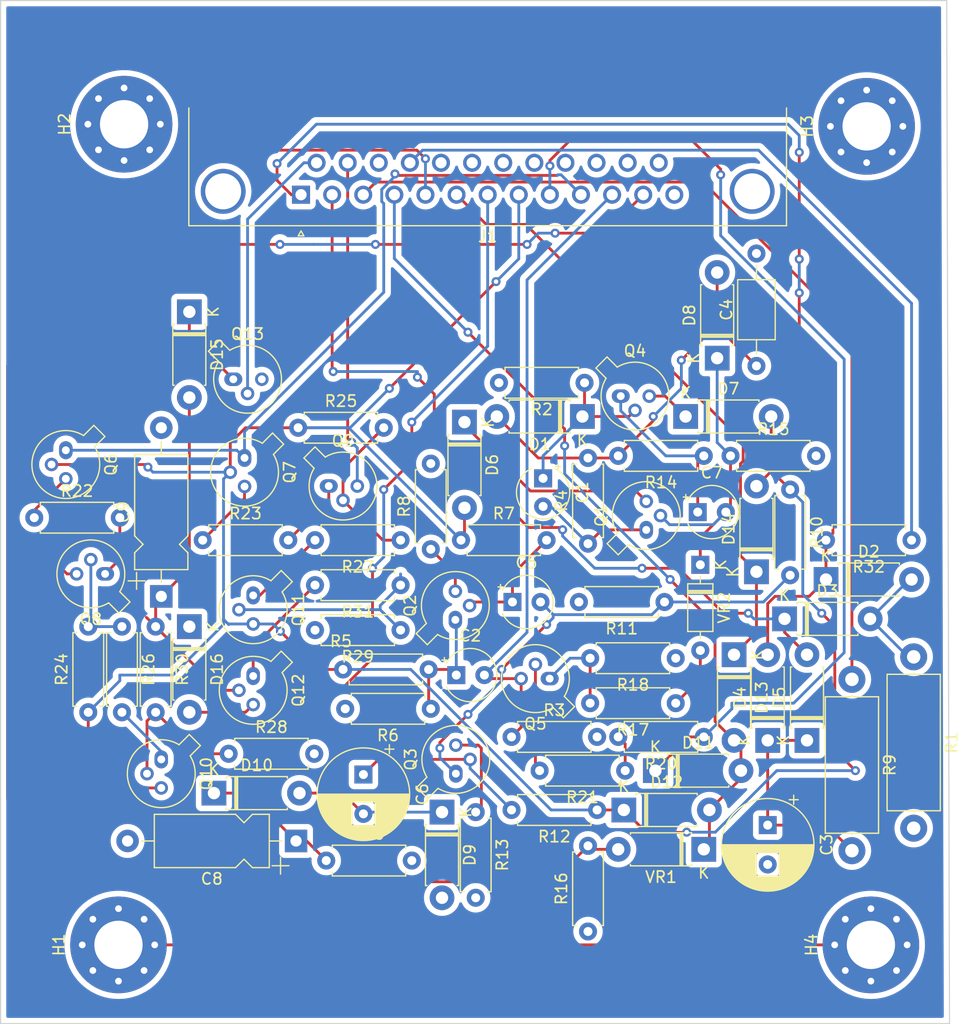
<source format=kicad_pcb>
(kicad_pcb (version 20211014) (generator pcbnew)
  (layers (0 "F.Cu" signal) (31 "B.Cu" signal) (34 "B.Paste" user) (35 "F.Paste" user) (36 "B.SilkS" user "B.Silkscreen") (37 "F.SilkS" user "F.Silkscreen") (38 "B.Mask" user) (39 "F.Mask" user) (44 "Edge.Cuts" user))
  (net 0 "")
  (net 1 "/1")
  (net 2 "Net-(R20-Pad2)")
  (net 3 "Net-(Q5-Pad2)")
  (net 4 "/9")
  (net 5 "GND")
  (net 6 "Net-(Q5-Pad1)")
  (net 7 "/5")
  (net 8 "/3")
  (net 9 "Net-(C5-Pad1)")
  (net 10 "Net-(C2-Pad1)")
  (net 11 "Net-(D2-Pad2)")
  (net 12 "/11")
  (net 13 "Net-(Q3-Pad3)")
  (net 14 "Net-(Q2-Pad3)")
  (net 15 "Net-(Q9-Pad2)")
  (net 16 "Net-(Q11-Pad1)")
  (net 17 "Net-(Q8-Pad2)")
  (net 18 "Net-(Q10-Pad1)")
  (net 19 "Net-(Q7-Pad3)")
  (net 20 "Net-(Q9-Pad1)")
  (net 21 "Net-(Q6-Pad3)")
  (net 22 "Net-(Q8-Pad1)")
  (net 23 "/7")
  (net 24 "Net-(R17-Pad1)")
  (net 25 "/E1")
  (net 26 "Net-(C7-Pad1)")
  (net 27 "Net-(C3-Pad1)")
  (net 28 "Net-(C6-Pad1)")
  (net 29 "Net-(C1-Pad2)")
  (net 30 "/E2")
  (net 31 "Net-(C4-Pad1)")
  (net 32 "Net-(Q10-Pad2)")
  (net 33 "Net-(Q11-Pad2)")
  (net 34 "Net-(C9-Pad1)")
  (net 35 "/10")
  (net 36 "/12")
  (net 37 "/15")
  (net 38 "/14")
  (net 39 "Net-(D7-Pad1)")
  (net 40 "/4")
  (net 41 "Net-(C6-Pad2)")
  (net 42 "/2")
  (net 43 "/6")
  (net 53 "Net-(C5-Pad2)")
  (net 54 "Net-(D6-Pad1)")
  (net 55 "+12V")
  (net 56 "Net-(D15-Pad1)")
  (net 57 "Net-(D16-Pad2)")
  (net 58 "Net-(J1-Pad17)")
  (net 59 "Net-(Q12-Pad1)")
  (footprint "Resistor_THT:R_Axial_DIN0207_L6.3mm_D2.5mm_P7.62mm_Horizontal" (layer "F.Cu") (at 162.81 126.69 -90)
    (fp_text reference "R13")
    (fp_text value "178")
  )
  (footprint "Resistor_THT:R_Axial_DIN0207_L6.3mm_D2.5mm_P7.62mm_Horizontal" (layer "F.Cu") (at 180.62 117 180)
    (fp_text reference "R17")
    (fp_text value "1.2k")
  )
  (footprint "Diode_THT:D_DO-41_SOD81_P7.62mm_Horizontal" (layer "F.Cu") (at 137.31 82.19 -90)
    (fp_text reference "D15")
    (fp_text value "D")
  )
  (footprint "Capacitor_THT:C_Axial_L5.1mm_D3.1mm_P10.00mm_Horizontal" (layer "F.Cu") (at 187.81 87 90)
    (fp_text reference "C4")
    (fp_text value "47n")
  )
  (footprint "Resistor_THT:R_Axial_DIN0207_L6.3mm_D2.5mm_P7.62mm_Horizontal" (layer "F.Cu") (at 176.12 123 180)
    (fp_text reference "R21")
    (fp_text value "68")
  )
  (footprint "Resistor_THT:R_Axial_DIN0207_L6.3mm_D2.5mm_P7.62mm_Horizontal" (layer "F.Cu") (at 201.62 102.5 180)
    (fp_text reference "R32")
    (fp_text value "330")
  )
  (footprint "Resistor_THT:R_Axial_DIN0207_L6.3mm_D2.5mm_P7.62mm_Horizontal" (layer "F.Cu") (at 158.81 117.5 180)
    (fp_text reference "R6")
    (fp_text value "10k")
  )
  (footprint "Resistor_THT:R_Axial_DIN0207_L6.3mm_D2.5mm_P7.62mm_Horizontal" (layer "F.Cu") (at 138.5 102.5)
    (fp_text reference "R23")
    (fp_text value "2.2k")
  )
  (footprint "Resistor_THT:R_Axial_DIN0207_L6.3mm_D2.5mm_P7.62mm_Horizontal" (layer "F.Cu") (at 172.81 102.81 90)
    (fp_text reference "R4")
    (fp_text value "22k")
  )
  (footprint "Resistor_THT:R_Axial_DIN0414_L11.9mm_D4.5mm_P15.24mm_Horizontal" (layer "F.Cu") (at 201.81 112.88 -90)
    (fp_text reference "R1")
    (fp_text value "150")
  )
  (footprint "Resistor_THT:R_Axial_DIN0207_L6.3mm_D2.5mm_P7.62mm_Horizontal" (layer "F.Cu") (at 183.12 95 180)
    (fp_text reference "R14")
    (fp_text value "22k")
  )
  (footprint "Diode_THT:D_DO-41_SOD81_P7.62mm_Horizontal" (layer "F.Cu") (at 187.81 105.31 90)
    (fp_text reference "D14")
    (fp_text value "D")
  )
  (footprint "MountingHole:MountingHole_4.3mm_M4_Pad_Via" (layer "F.Cu") (at 131.5 65.5 90)
    (fp_text reference "H2")
    (fp_text value "MountingHole")
  )
  (footprint "Resistor_THT:R_Axial_DIN0207_L6.3mm_D2.5mm_P7.62mm_Horizontal" (layer "F.Cu") (at 166 120)
    (fp_text reference "R3")
    (fp_text value "470")
  )
  (footprint "MountingHole:MountingHole_4.3mm_M4_Pad_Via" (layer "F.Cu") (at 198 138.5 90)
    (fp_text reference "H4")
    (fp_text value "MountingHole")
  )
  (footprint "Diode_THT:D_DO-41_SOD81_P7.62mm_Horizontal" (layer "F.Cu") (at 192.31 120.31 90)
    (fp_text reference "D5")
    (fp_text value "D")
  )
  (footprint "Diode_THT:D_DO-41_SOD81_P7.62mm_Horizontal" (layer "F.Cu") (at 190.31 109.5)
    (fp_text reference "D3")
    (fp_text value "D")
  )
  (footprint "Package_TO_SOT_THT:TO-18-3" (layer "F.Cu") (at 149.724724 97.684724)
    (fp_text reference "Q9")
    (fp_text value "Q_NPN_BCE")
  )
  (footprint "Package_TO_SOT_THT:TO-18-3" (layer "F.Cu") (at 141.224724 88.184724)
    (fp_text reference "Q13")
    (fp_text value "Q_NPN_BCE")
  )
  (footprint "Resistor_THT:R_Axial_DIN0207_L6.3mm_D2.5mm_P7.62mm_Horizontal" (layer "F.Cu") (at 156.12 106.5 180)
    (fp_text reference "R31")
    (fp_text value "6800")
  )
  (footprint "Capacitor_THT:CP_Radial_Tantal_D4.5mm_P2.50mm" (layer "F.Cu") (at 161.081144 114.5)
    (fp_text reference "C2")
    (fp_text value "2.2u")
  )
  (footprint "Capacitor_THT:CP_Radial_D8.0mm_P3.50mm" (layer "F.Cu") (at 152.81 123.347349 -90)
    (fp_text reference "C6")
    (fp_text value "4.7u")
  )
  (footprint "Package_TO_SOT_THT:TO-18-3" (layer "F.Cu") (at 142.994724 107.414724 -90)
    (fp_text reference "Q11")
    (fp_text value "PNP")
  )
  (footprint "Capacitor_THT:CP_Radial_D8.0mm_P3.50mm" (layer "F.Cu") (at 188.81 127.847349 -90)
    (fp_text reference "C3")
    (fp_text value "47u")
  )
  (footprint "Diode_THT:D_DO-41_SOD81_P7.62mm_Horizontal" (layer "F.Cu") (at 161.81 92 -90)
    (fp_text reference "D6")
    (fp_text value "D")
  )
  (footprint "Diode_THT:D_DO-41_SOD81_P7.62mm_Horizontal" (layer "F.Cu") (at 184.31 86.31 90)
    (fp_text reference "D8")
    (fp_text value "D")
  )
  (footprint "MountingHole:MountingHole_4.3mm_M4_Pad_Via" (layer "F.Cu") (at 131 138.5 90)
    (fp_text reference "H1")
    (fp_text value "MountingHole")
  )
  (footprint "Resistor_THT:R_Axial_DIN0207_L6.3mm_D2.5mm_P7.62mm_Horizontal" (layer "F.Cu") (at 179.62 108 180)
    (fp_text reference "R11")
    (fp_text value "10k")
  )
  (footprint "Package_TO_SOT_THT:TO-18-3" (layer "F.Cu") (at 142.224724 95.184724 -90)
    (fp_text reference "Q7")
    (fp_text value "Q_NPN_BCE")
  )
  (footprint "Capacitor_THT:CP_Radial_Tantal_D4.5mm_P2.50mm" (layer "F.Cu") (at 182.581144 100)
    (fp_text reference "C7")
    (fp_text value "0.1u")
  )
  (footprint "Package_TO_SOT_THT:TO-18-3" (layer "F.Cu") (at 177.994724 101.585276 90)
    (fp_text reference "Q1")
    (fp_text value "PNP")
  )
  (footprint "Connector_Dsub:DSUB-25_Female_Horizontal_P2.77x2.84mm_EdgePinOffset4.94mm_Housed_MountingHolesOffset7.48mm" (layer "F.Cu") (at 147.255 71.770331 180)
    (fp_text reference "J1")
    (fp_text value "DB25_Female")
  )
  (footprint "Resistor_THT:R_Axial_DIN0207_L6.3mm_D2.5mm_P7.62mm_Horizontal" (layer "F.Cu") (at 172.5 88.5 180)
    (fp_text reference "R2")
    (fp_text value "1.8k")
  )
  (footprint "Resistor_THT:R_Axial_DIN0207_L6.3mm_D2.5mm_P7.62mm_Horizontal" (layer "F.Cu") (at 123.5 100.5)
    (fp_text reference "R22")
    (fp_text value "2.2k")
  )
  (footprint "Diode_THT:D_DO-41_SOD81_P7.62mm_Horizontal" (layer "F.Cu") (at 194 106)
    (fp_text reference "D2")
    (fp_text value "D")
  )
  (footprint "Diode_THT:D_DO-41_SOD81_P7.62mm_Horizontal" (layer "F.Cu") (at 139.5 125)
    (fp_text reference "D10")
    (fp_text value "D")
  )
  (footprint "Resistor_THT:R_Axial_DIN0207_L6.3mm_D2.5mm_P7.62mm_Horizontal" (layer "F.Cu") (at 151 114)
    (fp_text reference "R5")
    (fp_text value "68.1")
  )
  (footprint "Diode_THT:D_DO-35_SOD27_P7.62mm_Horizontal" (layer "F.Cu") (at 182.81 104.69 -90)
    (fp_text reference "VR2")
    (fp_text value "3.3V")
  )
  (footprint "Package_TO_SOT_THT:TO-18-3" (layer "F.Cu") (at 126.31 94.5 -90)
    (fp_text reference "Q6")
    (fp_text value "Q_NPN_BCE")
  )
  (footprint "Diode_THT:D_DO-41_SOD81_P7.62mm_Horizontal" (layer "F.Cu") (at 183.12 130 180)
    (fp_text reference "VR1")
    (fp_text value "10V")
  )
  (footprint "Resistor_THT:R_Axial_DIN0207_L6.3mm_D2.5mm_P7.62mm_Horizontal" (layer "F.Cu") (at 140.81 121.5)
    (fp_text reference "R28")
    (fp_text value "10k")
  )
  (footprint "Diode_THT:D_DO-41_SOD81_P7.62mm_Horizontal" (layer "F.Cu") (at 172.31 91.5 180)
    (fp_text reference "D1")
    (fp_text value "D")
  )
  (footprint "Resistor_THT:R_Axial_DIN0207_L6.3mm_D2.5mm_P7.62mm_Horizontal" (layer "F.Cu") (at 173.62 126.5 180)
    (fp_text reference "R12")
    (fp_text value "1330")
  )
  (footprint "Capacitor_THT:CP_Axial_L10.0mm_D4.5mm_P15.00mm_Horizontal" (layer "F.Cu") (at 146.81 129.2575 180)
    (fp_text reference "C8")
    (fp_text value "4.7u")
  )
  (footprint "Capacitor_THT:CP_Radial_Tantal_D4.5mm_P2.50mm" (layer "F.Cu") (at 166.081144 108)
    (fp_text reference "C5")
    (fp_text value "2.2u")
  )
  (footprint "Resistor_THT:R_Axial_DIN0207_L6.3mm_D2.5mm_P7.62mm_Horizontal" (layer "F.Cu") (at 180.62 113 180)
    (fp_text reference "R18")
    (fp_text value "680")
  )
  (footprint "Diode_THT:D_DO-41_SOD81_P7.62mm_Horizontal" (layer "F.Cu") (at 176 126.5)
    (fp_text reference "D12")
    (fp_text value "D")
  )
  (footprint "Resistor_THT:R_Axial_DIN0207_L6.3mm_D2.5mm_P7.62mm_Horizontal" (layer "F.Cu") (at 158.81 103.31 90)
    (fp_text reference "R8")
    (fp_text value "178")
  )
  (footprint "Diode_THT:D_DO-41_SOD81_P7.62mm_Horizontal" (layer "F.Cu") (at 188.81 120.31 90)
    (fp_text reference "D4")
    (fp_text value "D")
  )
  (footprint "Resistor_THT:R_Axial_DIN0207_L6.3mm_D2.5mm_P7.62mm_Horizontal" (layer "F.Cu") (at 156.12 102.5 180)
    (fp_text reference "R27")
    (fp_text value "2.2k")
  )
  (footprint "Package_TO_SOT_THT:TO-18-3" (layer "F.Cu") (at 129.81 105.5 180)
    (fp_text reference "Q8")
    (fp_text value "Q_NPN_BCE")
  )
  (footprint "Resistor_THT:R_Axial_DIN0207_L6.3mm_D2.5mm_P7.62mm_Horizontal" (layer "F.Cu") (at 128.31 117.81 90)
    (fp_text reference "R24")
    (fp_text value "10k")
  )
  (footprint "Diode_THT:D_DO-41_SOD81_P7.62mm_Horizontal" (layer "F.Cu") (at 159.81 126.69 -90)
    (fp_text reference "D9")
    (fp_text value "D")
  )
  (footprint "Resistor_THT:R_Axial_DIN0207_L6.3mm_D2.5mm_P7.62mm_Horizontal" (layer "F.Cu") (at 149.5 131)
    (fp_text reference "R19")
    (fp_text value "330k")
  )
  (footprint "Package_TO_SOT_THT:TO-18-3" (layer "F.Cu") (at 134.81 122 -90)
    (fp_text reference "Q10")
    (fp_text value "PNP")
  )
  (footprint "Diode_THT:D_DO-41_SOD81_P7.62mm_Horizontal" (layer "F.Cu") (at 185.81 112.69 -90)
    (fp_text reference "D13")
    (fp_text value "D")
  )
  (footprint "Package_TO_SOT_THT:TO-18-3" (layer "F.Cu") (at 169.395276 114.815276 180)
    (fp_text reference "Q5")
    (fp_text value "Q_NPN_BCE")
  )
  (footprint "Resistor_THT:R_Axial_DIN0207_L6.3mm_D2.5mm_P7.62mm_Horizontal" (layer "F.Cu") (at 134.31 110.19 -90)
    (fp_text reference "R30")
    (fp_text value "6800")
  )
  (footprint "Resistor_THT:R_Axial_DIN0207_L6.3mm_D2.5mm_P7.62mm_Horizontal" (layer "F.Cu") (at 161.5 102.5)
    (fp_text reference "R7")
    (fp_text value "1470")
  )
  (footprint "Resistor_THT:R_Axial_DIN0207_L6.3mm_D2.5mm_P7.62mm_Horizontal" (layer "F.Cu") (at 185.5 95)
    (fp_text reference "R15")
    (fp_text value "1.8k")
  )
  (footprint "Diode_THT:D_DO-41_SOD81_P7.62mm_Horizontal" (layer "F.Cu") (at 178.81 123)
    (fp_text reference "D11")
    (fp_text value "D")
  )
  (footprint "Resistor_THT:R_Axial_DIN0207_L6.3mm_D2.5mm_P7.62mm_Horizontal" (layer "F.Cu") (at 183.12 120 180)
    (fp_text reference "R20")
    (fp_text value "82")
  )
  (footprint "Diode_THT:D_DO-41_SOD81_P7.62mm_Horizontal" (layer "F.Cu") (at 181.5 91.5)
    (fp_text reference "D7")
    (fp_text value "D")
  )
  (footprint "Resistor_THT:R_Axial_DIN0207_L6.3mm_D2.5mm_P7.62mm_Horizontal" (layer "F.Cu") (at 190.81 98 -90)
    (fp_text reference "R10")
    (fp_text value "68.1k")
  )
  (footprint "Package_TO_SOT_THT:TO-18-3" (layer "F.Cu") (at 161.04 123.27 90)
    (fp_text reference "Q3")
    (fp_text value "Q_NPN_BCE")
  )
  (footprint "Resistor_THT:R_Axial_DIN0414_L11.9mm_D4.5mm_P15.24mm_Horizontal" (layer "F.Cu") (at 196.31 114.88 -90)
    (fp_text reference "R9")
    (fp_text value "150")
  )
  (footprint "Diode_THT:D_DO-41_SOD81_P7.62mm_Horizontal" (layer "F.Cu") (at 137.31 110.19 -90)
    (fp_text reference "D16")
    (fp_text value "D")
  )
  (footprint "Package_TO_SOT_THT:TO-18-3" (layer "F.Cu") (at 142.994724 114.585276 -90)
    (fp_text reference "Q12")
    (fp_text value "Q_NPN_BCE")
  )
  (footprint "Package_TO_SOT_THT:TO-18-3" (layer "F.Cu") (at 175.724724 89.684724)
    (fp_text reference "Q4")
    (fp_text value "PNP")
  )
  (footprint "MountingHole:MountingHole_4.3mm_M4_Pad_Via" (layer "F.Cu") (at 197.62 65.69 90)
    (fp_text reference "H3")
    (fp_text value "MountingHole")
  )
  (footprint "Package_TO_SOT_THT:TO-18-3" (layer "F.Cu") (at 160.994724 109.585276 90)
    (fp_text reference "Q2")
    (fp_text value "Q_NPN_BCE")
  )
  (footprint "Resistor_THT:R_Axial_DIN0207_L6.3mm_D2.5mm_P7.62mm_Horizontal" (layer "F.Cu") (at 131.31 110.19 -90)
    (fp_text reference "R26")
    (fp_text value "2.2k")
  )
  (footprint "Capacitor_THT:CP_Axial_L10.0mm_D4.5mm_P15.00mm_Horizontal" (layer "F.Cu") (at 134.81 107.5 90)
    (fp_text reference "C9")
    (fp_text value "4.7u")
  )
  (footprint "Resistor_THT:R_Axial_DIN0207_L6.3mm_D2.5mm_P7.62mm_Horizontal" (layer "F.Cu") (at 156.12 110.5 180)
    (fp_text reference "R29")
    (fp_text value "10k")
  )
  (footprint "Capacitor_THT:CP_Radial_Tantal_D4.5mm_P2.50mm" (layer "F.Cu") (at 168.81 97 -90)
    (fp_text reference "C1")
    (fp_text value "0.1u")
  )
  (footprint "Resistor_THT:R_Axial_DIN0207_L6.3mm_D2.5mm_P7.62mm_Horizontal" (layer "F.Cu") (at 172.81 137.31 90)
    (fp_text reference "R16")
    (fp_text value "470")
  )
  (footprint "Resistor_THT:R_Axial_DIN0207_L6.3mm_D2.5mm_P7.62mm_Horizontal" (layer "F.Cu") (at 147 92.5)
    (fp_text reference "R25")
    (fp_text value "10k")
  )
  (gr_line (start 120.5 145.5) (end 205 145.5) (layer "Edge.Cuts") (width 0.1))
  (gr_line (start 204.75 54.5) (end 203 54.5) (layer "Edge.Cuts") (width 0.1))
  (gr_line (start 205 145.5) (end 204.75 54.5) (layer "Edge.Cuts") (width 0.1))
  (gr_line (start 120.5 138.5) (end 120.5 145.5) (layer "Edge.Cuts") (width 0.1))
  (gr_line (start 120.5 138.5) (end 120.5 54.5) (layer "Edge.Cuts") (width 0.1))
  (gr_line (start 120.5 54.5) (end 203.5 54.5) (layer "Edge.Cuts") (width 0.1))
  (segment (start 194 106) (end 194 102.5) (width 0.25) (layer "F.Cu") (net 1))
  (segment (start 188.81 112.69) (end 188.81 108.150978) (width 0.25) (layer "F.Cu") (net 1))
  (segment (start 191.62 80.5) (end 191.62 90) (width 0.25) (layer "F.Cu") (net 1))
  (segment (start 194.62 101.88) (end 194 102.5) (width 0.25) (layer "F.Cu") (net 1))
  (segment (start 145.12 70.5) (end 145.12 69) (width 0.25) (layer "F.Cu") (net 1))
  (segment (start 191.62 68) (end 191.62 77.5) (width 0.25) (layer "F.Cu") (net 1))
  (segment (start 188.81 108.150978) (end 189.460978 107.5) (width 0.25) (layer "F.Cu") (net 1))
  (segment (start 146.390331 71.770331) (end 145.12 70.5) (width 0.25) (layer "F.Cu") (net 1))
  (segment (start 192.5 107.5) (end 194 106) (width 0.25) (layer "F.Cu") (net 1))
  (segment (start 189.460978 107.5) (end 192.5 107.5) (width 0.25) (layer "F.Cu") (net 1))
  (segment (start 147.255 71.770331) (end 146.390331 71.770331) (width 0.25) (layer "F.Cu") (net 1))
  (segment (start 191.62 90) (end 194.62 93) (width 0.25) (layer "F.Cu") (net 1))
  (segment (start 194.62 93) (end 194.62 101.88) (width 0.25) (layer "F.Cu") (net 1))
  (via (at 145.12 69) (size 0.8) (drill 0.4) (layers "F.Cu" "B.Cu") (net 1))
  (via (at 191.62 77.5) (size 0.8) (drill 0.4) (layers "F.Cu" "B.Cu") (net 1))
  (via (at 191.62 68) (size 0.8) (drill 0.4) (layers "F.Cu" "B.Cu") (net 1))
  (via (at 191.62 80.5) (size 0.8) (drill 0.4) (layers "F.Cu" "B.Cu") (net 1))
  (segment (start 191.62 77.5) (end 191.62 80.5) (width 0.25) (layer "B.Cu") (net 1))
  (segment (start 148.62 65.5) (end 190.62 65.5) (width 0.25) (layer "B.Cu") (net 1))
  (segment (start 190.62 65.5) (end 191.62 66.5) (width 0.25) (layer "B.Cu") (net 1))
  (segment (start 191.62 66.5) (end 191.62 68) (width 0.25) (layer "B.Cu") (net 1))
  (segment (start 145.12 69) (end 148.62 65.5) (width 0.25) (layer "B.Cu") (net 1))
  (segment (start 176.12 123) (end 176.12 120.62) (width 0.25) (layer "F.Cu") (net 2))
  (segment (start 176.12 120.62) (end 175.5 120) (width 0.25) (layer "F.Cu") (net 2))
  (segment (start 168.125276 122.625276) (end 168.125276 113.545276) (width 0.25) (layer "F.Cu") (net 3))
  (segment (start 168.5 123) (end 168.125276 122.625276) (width 0.25) (layer "F.Cu") (net 3))
  (segment (start 182.12 67) (end 184.62 69.5) (width 0.25) (layer "F.Cu") (net 4))
  (segment (start 169.415 69.205) (end 169.415 68.725031) (width 0.25) (layer "F.Cu") (net 4))
  (segment (start 181.81 120) (end 183.12 120) (width 0.25) (layer "F.Cu") (net 4))
  (segment (start 169.415 68.725031) (end 171.140031 67) (width 0.25) (layer "F.Cu") (net 4))
  (segment (start 184.62 69.5) (end 184.62 70) (width 0.25) (layer "F.Cu") (net 4))
  (segment (start 178.81 123) (end 181.81 120) (width 0.25) (layer "F.Cu") (net 4))
  (segment (start 171.140031 67) (end 182.12 67) (width 0.25) (layer "F.Cu") (net 4))
  (via (at 169.415 69.205) (size 0.8) (drill 0.4) (layers "F.Cu" "B.Cu") (net 4))
  (via (at 184.62 70) (size 0.8) (drill 0.4) (layers "F.Cu" "B.Cu") (net 4))
  (segment (start 185.62 117) (end 185.62 117.5) (width 0.25) (layer "B.Cu") (net 4))
  (segment (start 191.12 117) (end 185.62 117) (width 0.25) (layer "B.Cu") (net 4))
  (segment (start 195.62 86.4003) (end 195.62 112.5) (width 0.25) (layer "B.Cu") (net 4))
  (segment (start 169.415 71.770331) (end 169.415 69.205) (width 0.25) (layer "B.Cu") (net 4))
  (segment (start 185.62 117.5) (end 183.12 120) (width 0.25) (layer "B.Cu") (net 4))
  (segment (start 169.62 69) (end 169.415 69.205) (width 0.25) (layer "B.Cu") (net 4))
  (segment (start 184.62 75.4003) (end 195.62 86.4003) (width 0.25) (layer "B.Cu") (net 4))
  (segment (start 184.62 70) (end 184.62 75.4003) (width 0.25) (layer "B.Cu") (net 4))
  (segment (start 195.62 112.5) (end 191.12 117) (width 0.25) (layer "B.Cu") (net 4))
  (segment (start 198 138.5) (end 130.12 138.5) (width 0.25) (layer "F.Cu") (net 5))
  (segment (start 173 117) (end 173 113) (width 0.25) (layer "F.Cu") (net 6))
  (segment (start 173 113) (end 171.210552 113) (width 0.25) (layer "B.Cu") (net 6))
  (segment (start 171.210552 113) (end 169.395276 114.815276) (width 0.25) (layer "B.Cu") (net 6))
  (segment (start 169.614511 132.885489) (end 172.81 129.69) (width 0.25) (layer "F.Cu") (net 7))
  (segment (start 131.234511 132.885489) (end 169.614511 132.885489) (width 0.25) (layer "F.Cu") (net 7))
  (segment (start 173.12 130) (end 172.81 129.69) (width 0.25) (layer "F.Cu") (net 7))
  (segment (start 158.332863 68.572066) (end 157.566617 67.80582) (width 0.25) (layer "F.Cu") (net 7))
  (segment (start 157.566617 67.80582) (end 140.31418 67.80582) (width 0.25) (layer "F.Cu") (net 7))
  (segment (start 131.12 133) (end 131.234511 132.885489) (width 0.25) (layer "F.Cu") (net 7))
  (segment (start 140.31418 67.80582) (end 121.12 87) (width 0.25) (layer "F.Cu") (net 7))
  (segment (start 121.12 125.5) (end 128.62 133) (width 0.25) (layer "F.Cu") (net 7))
  (segment (start 175.5 130) (end 173.12 130) (width 0.25) (layer "F.Cu") (net 7))
  (segment (start 121.12 87) (end 121.12 125.5) (width 0.25) (layer "F.Cu") (net 7))
  (segment (start 128.62 133) (end 131.12 133) (width 0.25) (layer "F.Cu") (net 7))
  (via (at 158.332863 68.572066) (size 0.8) (drill 0.4) (layers "F.Cu" "B.Cu") (net 7))
  (segment (start 158.335 68.574203) (end 158.332863 68.572066) (width 0.25) (layer "B.Cu") (net 7))
  (segment (start 158.335 71.770331) (end 158.335 68.574203) (width 0.25) (layer "B.Cu") (net 7))
  (segment (start 183.04612 70.64582) (end 196.31 83.9097) (width 0.25) (layer "F.Cu") (net 8))
  (segment (start 196.31 83.9097) (end 196.31 114.88) (width 0.25) (layer "F.Cu") (net 8))
  (segment (start 152.795 71.770331) (end 153.919511 70.64582) (width 0.25) (layer "F.Cu") (net 8))
  (segment (start 153.919511 70.64582) (end 183.04612 70.64582) (width 0.25) (layer "F.Cu") (net 8))
  (segment (start 166.081144 108) (end 162.58 108) (width 0.25) (layer "F.Cu") (net 9))
  (segment (start 166.081144 108) (end 166.081144 105.538856) (width 0.25) (layer "F.Cu") (net 9))
  (segment (start 162.58 108) (end 162.264724 108.315276) (width 0.25) (layer "F.Cu") (net 9))
  (segment (start 166.081144 105.538856) (end 169.12 102.5) (width 0.25) (layer "F.Cu") (net 9))
  (segment (start 158.62 114) (end 160.581144 114) (width 0.25) (layer "F.Cu") (net 10))
  (segment (start 158.62 117.31) (end 158.81 117.5) (width 0.25) (layer "F.Cu") (net 10))
  (segment (start 160.581144 114) (end 161.081144 114.5) (width 0.25) (layer "F.Cu") (net 10))
  (segment (start 158.62 114) (end 158.62 117.31) (width 0.25) (layer "F.Cu") (net 10))
  (segment (start 161.081144 114.5) (end 161.081144 109.671696) (width 0.25) (layer "B.Cu") (net 10))
  (segment (start 161.081144 109.671696) (end 160.994724 109.585276) (width 0.25) (layer "B.Cu") (net 10))
  (segment (start 197.93 109.5) (end 201.31 112.88) (width 0.25) (layer "B.Cu") (net 11))
  (segment (start 201.31 112.88) (end 201.81 112.88) (width 0.25) (layer "B.Cu") (net 11))
  (segment (start 197.93 109.5) (end 201.43 106) (width 0.25) (layer "B.Cu") (net 11))
  (segment (start 201.43 106) (end 201.62 106) (width 0.25) (layer "B.Cu") (net 11))
  (segment (start 166.855276 114.815276) (end 163.89642 114.815276) (width 0.25) (layer "F.Cu") (net 12))
  (segment (start 163.89642 114.815276) (end 163.581144 114.5) (width 0.25) (layer "F.Cu") (net 12))
  (segment (start 166.855276 114.815276) (end 166.855276 119.144724) (width 0.25) (layer "F.Cu") (net 12))
  (segment (start 166.855276 119.144724) (end 166 120) (width 0.25) (layer "F.Cu") (net 12))
  (segment (start 167.38 79.345331) (end 167.38 110.701144) (width 0.25) (layer "B.Cu") (net 12))
  (segment (start 167.38 110.701144) (end 163.581144 114.5) (width 0.25) (layer "B.Cu") (net 12))
  (segment (start 174.955 71.770331) (end 167.38 79.345331) (width 0.25) (layer "B.Cu") (net 12))
  (segment (start 163.31 121) (end 163.31 126.19) (width 0.25) (layer "F.Cu") (net 13))
  (segment (start 163.04 120.73) (end 163.31 121) (width 0.25) (layer "F.Cu") (net 13))
  (segment (start 163.31 126.19) (end 162.81 126.69) (width 0.25) (layer "F.Cu") (net 13))
  (segment (start 161.04 120.73) (end 163.04 120.73) (width 0.25) (layer "F.Cu") (net 13))
  (segment (start 160.994724 105.494724) (end 158.81 103.31) (width 0.25) (layer "F.Cu") (net 14))
  (segment (start 160.994724 107.045276) (end 160.994724 105.494724) (width 0.25) (layer "F.Cu") (net 14))
  (segment (start 150.994724 96.125276) (end 150.994724 98.954724) (width 0.25) (layer "F.Cu") (net 15))
  (segment (start 150.994724 98.954724) (end 154.54 102.5) (width 0.25) (layer "F.Cu") (net 15))
  (segment (start 154.62 92.5) (end 150.994724 96.125276) (width 0.25) (layer "F.Cu") (net 15))
  (segment (start 154.54 102.5) (end 156.12 102.5) (width 0.25) (layer "F.Cu") (net 15))
  (segment (start 142.994724 107.414724) (end 143.585276 107.414724) (width 0.25) (layer "F.Cu") (net 16))
  (segment (start 143.585276 107.414724) (end 148.5 102.5) (width 0.25) (layer "F.Cu") (net 16))
  (segment (start 128.54 104.23) (end 128.54 109.96) (width 0.25) (layer "B.Cu") (net 17))
  (segment (start 128.31 110.19) (end 131.31 110.19) (width 0.25) (layer "B.Cu") (net 17))
  (segment (start 128.54 109.96) (end 128.31 110.19) (width 0.25) (layer "B.Cu") (net 17))
  (segment (start 134.81 121.31) (end 131.31 117.81) (width 0.25) (layer "B.Cu") (net 18))
  (segment (start 134.81 122) (end 134.81 121.31) (width 0.25) (layer "B.Cu") (net 18))
  (segment (start 142.224724 97.724724) (end 142.224724 98.775276) (width 0.25) (layer "F.Cu") (net 19))
  (segment (start 142.224724 98.775276) (end 138.5 102.5) (width 0.25) (layer "F.Cu") (net 19))
  (segment (start 149.724724 98.895276) (end 146.12 102.5) (width 0.25) (layer "F.Cu") (net 20))
  (segment (start 149.724724 97.684724) (end 149.724724 98.895276) (width 0.25) (layer "F.Cu") (net 20))
  (segment (start 123.5 99.85) (end 123.5 100.5) (width 0.25) (layer "F.Cu") (net 21))
  (segment (start 126.31 97.04) (end 123.5 99.85) (width 0.25) (layer "F.Cu") (net 21))
  (segment (start 131.12 100.5) (end 131.12 104.19) (width 0.25) (layer "F.Cu") (net 22))
  (segment (start 131.12 104.19) (end 129.81 105.5) (width 0.25) (layer "F.Cu") (net 22))
  (segment (start 142.5525 125) (end 146.81 129.2575) (width 0.25) (layer "F.Cu") (net 23))
  (segment (start 153.62 113) (end 153.62 110.5) (width 0.25) (layer "F.Cu") (net 23))
  (segment (start 153.62 110.5) (end 153.62 105) (width 0.25) (layer "F.Cu") (net 23))
  (segment (start 139.5 125) (end 142.5525 125) (width 0.25) (layer "F.Cu") (net 23))
  (segment (start 142.5525 124.0675) (end 153.62 113) (width 0.25) (layer "F.Cu") (net 23))
  (segment (start 149.5 131) (end 147.7575 129.2575) (width 0.25) (layer "F.Cu") (net 23))
  (segment (start 157.12 95.5) (end 157.12 92) (width 0.25) (layer "F.Cu") (net 23))
  (segment (start 147.7575 129.2575) (end 146.81 129.2575) (width 0.25) (layer "F.Cu") (net 23))
  (segment (start 142.5525 125) (end 142.5525 124.0675) (width 0.25) (layer "F.Cu") (net 23))
  (segment (start 154.62 98) (end 157.12 95.5) (width 0.25) (layer "F.Cu") (net 23))
  (via (at 157.12 92) (size 0.8) (drill 0.4) (layers "F.Cu" "B.Cu") (net 23))
  (via (at 154.62 98) (size 0.8) (drill 0.4) (layers "F.Cu" "B.Cu") (net 23))
  (via (at 153.62 105) (size 0.8) (drill 0.4) (layers "F.Cu" "B.Cu") (net 23))
  (segment (start 157.12 92) (end 163.875 85.245) (width 0.25) (layer "B.Cu") (net 23))
  (segment (start 153.62 105) (end 154.62 104) (width 0.25) (layer "B.Cu") (net 23))
  (segment (start 154.62 104) (end 154.62 98) (width 0.25) (layer "B.Cu") (net 23))
  (segment (start 163.875 85.245) (end 163.875 71.770331) (width 0.25) (layer "B.Cu") (net 23))
  (segment (start 182.81 112.31) (end 182.81 114.81) (width 0.25) (layer "F.Cu") (net 24))
  (segment (start 182.81 114.81) (end 180.62 117) (width 0.25) (layer "F.Cu") (net 24))
  (segment (start 182.81 102.271144) (end 185.081144 100) (width 0.25) (layer "F.Cu") (net 25))
  (segment (start 182.81 104.69) (end 182.81 102.271144) (width 0.25) (layer "F.Cu") (net 25))
  (segment (start 185.5 95) (end 185.5 99.581144) (width 0.25) (layer "F.Cu") (net 25))
  (segment (start 185.5 99.581144) (end 185.081144 100) (width 0.25) (layer "F.Cu") (net 25))
  (segment (start 184.31 86.31) (end 184.31 93.81) (width 0.25) (layer "B.Cu") (net 25))
  (segment (start 185.081144 100) (end 183.956633 101.124511) (width 0.25) (layer "B.Cu") (net 25))
  (segment (start 183.956633 101.124511) (end 180.073959 101.124511) (width 0.25) (layer "B.Cu") (net 25))
  (segment (start 184.31 93.81) (end 185.5 95) (width 0.25) (layer "B.Cu") (net 25))
  (segment (start 180.073959 101.124511) (end 179.264724 100.315276) (width 0.25) (layer "B.Cu") (net 25))
  (segment (start 182.581144 100) (end 182.581144 95.538856) (width 0.25) (layer "F.Cu") (net 26))
  (segment (start 182.581144 95.538856) (end 183.12 95) (width 0.25) (layer "F.Cu") (net 26))
  (segment (start 179.732543 95) (end 183.12 95) (width 0.25) (layer "B.Cu") (net 26))
  (segment (start 175.724724 90.992181) (end 179.732543 95) (width 0.25) (layer "B.Cu") (net 26))
  (segment (start 175.724724 89.684724) (end 175.724724 90.992181) (width 0.25) (layer "B.Cu") (net 26))
  (segment (start 188.81 127.847349) (end 194.037349 127.847349) (width 0.25) (layer "F.Cu") (net 27))
  (segment (start 194.037349 127.847349) (end 196.31 130.12) (width 0.25) (layer "F.Cu") (net 27))
  (segment (start 188.81 120.31) (end 188.81 127.847349) (width 0.25) (layer "F.Cu") (net 27))
  (segment (start 188.81 120.31) (end 192.31 120.31) (width 0.25) (layer "F.Cu") (net 27))
  (segment (start 152.81 123.347349) (end 154.157349 122) (width 0.25) (layer "F.Cu") (net 28))
  (segment (start 154.157349 122) (end 162.31 122) (width 0.25) (layer "F.Cu") (net 28))
  (segment (start 162.31 122.81) (end 162.31 122) (width 0.25) (layer "B.Cu") (net 28))
  (segment (start 166 126.5) (end 162.31 122.81) (width 0.25) (layer "B.Cu") (net 28))
  (segment (start 177.994724 101.585276) (end 174.034724 101.585276) (width 0.25) (layer "F.Cu") (net 29))
  (segment (start 174.034724 101.585276) (end 172.81 102.81) (width 0.25) (layer "F.Cu") (net 29))
  (segment (start 172.81 102.81) (end 169.5 99.5) (width 0.25) (layer "B.Cu") (net 29))
  (segment (start 169.5 99.5) (end 168.81 99.5) (width 0.25) (layer "B.Cu") (net 29))
  (segment (start 172.5 91.31) (end 172.31 91.5) (width 0.25) (layer "F.Cu") (net 30))
  (segment (start 172.5 88.5) (end 172.5 91.31) (width 0.25) (layer "F.Cu") (net 30))
  (segment (start 172.31 91.5) (end 176.449448 91.5) (width 0.25) (layer "F.Cu") (net 30))
  (segment (start 176.449448 91.5) (end 176.994724 90.954724) (width 0.25) (layer "F.Cu") (net 30))
  (segment (start 168.81 97) (end 168.81 95) (width 0.25) (layer "B.Cu") (net 30))
  (segment (start 168.81 95) (end 172.31 91.5) (width 0.25) (layer "B.Cu") (net 30))
  (segment (start 184.31 83.5) (end 184.12 83.5) (width 0.25) (layer "F.Cu") (net 31))
  (segment (start 178.62 91.5) (end 178.62 91.88) (width 0.25) (layer "F.Cu") (net 31))
  (segment (start 172.81 95.19) (end 168.38 95.19) (width 0.25) (layer "F.Cu") (net 31))
  (segment (start 175.31 95.19) (end 175.5 95) (width 0.25) (layer "F.Cu") (net 31))
  (segment (start 172.81 95.19) (end 175.31 95.19) (width 0.25) (layer "F.Cu") (net 31))
  (segment (start 178.62 91.88) (end 175.5 95) (width 0.25) (layer "F.Cu") (net 31))
  (segment (start 184.12 83.5) (end 181.12 86.5) (width 0.25) (layer "F.Cu") (net 31))
  (segment (start 168.38 95.19) (end 164.69 91.5) (width 0.25) (layer "F.Cu") (net 31))
  (segment (start 184.31 83.5) (end 187.81 87) (width 0.25) (layer "F.Cu") (net 31))
  (segment (start 184.31 78.69) (end 184.31 83.5) (width 0.25) (layer "F.Cu") (net 31))
  (via (at 181.12 86.5) (size 0.8) (drill 0.4) (layers "F.Cu" "B.Cu") (net 31))
  (via (at 178.62 91.5) (size 0.8) (drill 0.4) (layers "F.Cu" "B.Cu") (net 31))
  (segment (start 181.12 89) (end 178.62 91.5) (width 0.25) (layer "B.Cu") (net 31))
  (segment (start 181.12 86.5) (end 181.12 89) (width 0.25) (layer "B.Cu") (net 31))
  (segment (start 133.54 118.58) (end 134.31 117.81) (width 0.25) (layer "F.Cu") (net 32))
  (segment (start 133.54 123.27) (end 133.54 118.58) (width 0.25) (layer "F.Cu") (net 32))
  (segment (start 134.31 117.81) (end 138 121.5) (width 0.25) (layer "F.Cu") (net 32))
  (segment (start 138 121.5) (end 140.81 121.5) (width 0.25) (layer "F.Cu") (net 32))
  (segment (start 154.304724 108.315276) (end 154.304724 108.684724) (width 0.25) (layer "B.Cu") (net 33))
  (segment (start 141.724724 108.684724) (end 154.304724 108.684724) (width 0.25) (layer "B.Cu") (net 33))
  (segment (start 156.12 106) (end 156.12 105.5) (width 0.25) (layer "B.Cu") (net 33))
  (segment (start 154.304724 108.684724) (end 156.12 110.5) (width 0.25) (layer "B.Cu") (net 33))
  (segment (start 156.12 106.5) (end 154.304724 108.315276) (width 0.25) (layer "B.Cu") (net 33))
  (segment (start 134.31 110.19) (end 133.485489 109.365489) (width 0.25) (layer "F.Cu") (net 34))
  (segment (start 141.724724 115.855276) (end 139.975276 115.855276) (width 0.25) (layer "F.Cu") (net 34))
  (segment (start 137.31 89.81) (end 137.31 105) (width 0.25) (layer "F.Cu") (net 34))
  (segment (start 134.31 110.19) (end 134.31 108) (width 0.25) (layer "F.Cu") (net 34))
  (segment (start 139.975276 115.855276) (end 134.31 110.19) (width 0.25) (layer "F.Cu") (net 34))
  (segment (start 137.31 105) (end 134.81 107.5) (width 0.25) (layer "F.Cu") (net 34))
  (segment (start 134.31 108) (end 134.81 107.5) (width 0.25) (layer "F.Cu") (net 34))
  (segment (start 155.753522 70.054842) (end 170.065158 70.054842) (width 0.25) (layer "F.Cu") (net 35))
  (segment (start 170.065158 70.054842) (end 170.12 70) (width 0.25) (layer "F.Cu") (net 35))
  (segment (start 155.62 69.92132) (end 155.753522 70.054842) (width 0.25) (layer "F.Cu") (net 35))
  (via (at 155.62 69.92132) (size 0.8) (drill 0.4) (layers "F.Cu" "B.Cu") (net 35))
  (segment (start 126.31 94.5) (end 141.54 94.5) (width 0.25) (layer "B.Cu") (net 35))
  (segment (start 154.62 80.45) (end 142.224724 92.845276) (width 0.25) (layer "B.Cu") (net 35))
  (segment (start 141.54 94.5) (end 142.224724 95.184724) (width 0.25) (layer "B.Cu") (net 35))
  (segment (start 154.62 72.554842) (end 154.62 80.45) (width 0.25) (layer "B.Cu") (net 35))
  (segment (start 155.690189 69.991509) (end 155.62 69.92132) (width 0.25) (layer "B.Cu") (net 35))
  (segment (start 172.185 71.770331) (end 170.414669 70) (width 0.25) (layer "B.Cu") (net 35))
  (segment (start 170.414669 70) (end 170.12 70) (width 0.25) (layer "B.Cu") (net 35))
  (segment (start 155.690189 70.054842) (end 155.690189 69.991509) (width 0.25) (layer "B.Cu") (net 35))
  (segment (start 155.690189 70.054842) (end 154.440489 71.304542) (width 0.25) (layer "B.Cu") (net 35))
  (segment (start 170.12 70) (end 170.065158 70.054842) (width 0.25) (layer "B.Cu") (net 35))
  (segment (start 154.440489 72.375331) (end 154.62 72.554842) (width 0.25) (layer "B.Cu") (net 35))
  (segment (start 142.224724 92.845276) (end 142.224724 95.184724) (width 0.25) (layer "B.Cu") (net 35))
  (segment (start 154.440489 71.304542) (end 154.440489 72.375331) (width 0.25) (layer "B.Cu") (net 35))
  (segment (start 126.421472 105.5) (end 127.27 105.5) (width 0.25) (layer "F.Cu") (net 36))
  (segment (start 174.305331 75.19) (end 169.88 75.19) (width 0.25) (layer "F.Cu") (net 36))
  (segment (start 121.88 100.958528) (end 126.421472 105.5) (width 0.25) (layer "F.Cu") (net 36))
  (segment (start 121.88 90.69) (end 121.88 100.958528) (width 0.25) (layer "F.Cu") (net 36))
  (segment (start 136.38 76.19) (end 121.88 90.69) (width 0.25) (layer "F.Cu") (net 36))
  (segment (start 177.725 71.770331) (end 174.305331 75.19) (width 0.25) (layer "F.Cu") (net 36))
  (segment (start 167.38 76.19) (end 153.88 76.19) (width 0.25) (layer "F.Cu") (net 36))
  (segment (start 145.38 76.19) (end 136.38 76.19) (width 0.25) (layer "F.Cu") (net 36))
  (via (at 153.88 76.19) (size 0.8) (drill 0.4) (layers "F.Cu" "B.Cu") (net 36))
  (via (at 167.38 76.19) (size 0.8) (drill 0.4) (layers "F.Cu" "B.Cu") (net 36))
  (via (at 169.88 75.19) (size 0.8) (drill 0.4) (layers "F.Cu" "B.Cu") (net 36))
  (via (at 145.38 76.19) (size 0.8) (drill 0.4) (layers "F.Cu" "B.Cu") (net 36))
  (segment (start 168.38 75.19) (end 167.38 76.19) (width 0.25) (layer "B.Cu") (net 36))
  (segment (start 148.38 76.19) (end 145.38 76.19) (width 0.25) (layer "B.Cu") (net 36))
  (segment (start 153.88 76.19) (end 148.38 76.19) (width 0.25) (layer "B.Cu") (net 36))
  (segment (start 169.88 75.19) (end 168.38 75.19) (width 0.25) (layer "B.Cu") (net 36))
  (segment (start 151.41 93.434598) (end 151.772701 93.797299) (width 0.25) (layer "F.Cu") (net 37))
  (segment (start 151.41 68.930331) (end 151.41 93.434598) (width 0.25) (layer "F.Cu") (net 37))
  (via (at 151.772701 93.797299) (size 0.8) (drill 0.4) (layers "F.Cu" "B.Cu") (net 37))
  (segment (start 152.264724 94.289322) (end 152.264724 97.684724) (width 0.25) (layer "B.Cu") (net 37))
  (segment (start 151.772701 93.797299) (end 152.264724 94.289322) (width 0.25) (layer "B.Cu") (net 37))
  (segment (start 142.494724 73.944237) (end 142.494724 89.454724) (width 0.25) (layer "B.Cu") (net 38))
  (segment (start 147.50863 68.930331) (end 142.494724 73.944237) (width 0.25) (layer "B.Cu") (net 38))
  (segment (start 148.64 68.930331) (end 147.50863 68.930331) (width 0.25) (layer "B.Cu") (net 38))
  (segment (start 179.684724 89.684724) (end 181.5 91.5) (width 0.25) (layer "F.Cu") (net 39))
  (segment (start 178.264724 89.684724) (end 179.684724 89.684724) (width 0.25) (layer "F.Cu") (net 39))
  (segment (start 180.12 106) (end 184.12 110) (width 0.25) (layer "F.Cu") (net 40))
  (segment (start 162.12 84) (end 170.727299 92.607299) (width 0.25) (layer "F.Cu") (net 40))
  (segment (start 184.12 110) (end 184.12 118.62) (width 0.25) (layer "F.Cu") (net 40))
  (segment (start 184.12 118.62) (end 185.81 120.31) (width 0.25) (layer "F.Cu") (net 40))
  (segment (start 186.43 120.93) (end 185.81 120.31) (width 0.25) (layer "F.Cu") (net 40))
  (segment (start 183.62 129.5) (end 183.12 130) (width 0.25) (layer "F.Cu") (net 40))
  (segment (start 186.43 123) (end 186.43 120.93) (width 0.25) (layer "F.Cu") (net 40))
  (segment (start 170.727299 92.607299) (end 170.727299 94.107299) (width 0.25) (layer "F.Cu") (net 40))
  (segment (start 183.62 126.5) (end 183.62 129.5) (width 0.25) (layer "F.Cu") (net 40))
  (segment (start 186.43 123.69) (end 186.43 123) (width 0.25) (layer "F.Cu") (net 40))
  (segment (start 183.62 126.5) (end 186.43 123.69) (width 0.25) (layer "F.Cu") (net 40))
  (via (at 170.727299 94.107299) (size 0.8) (drill 0.4) (layers "F.Cu" "B.Cu") (net 40))
  (via (at 162.12 84) (size 0.8) (drill 0.4) (layers "F.Cu" "B.Cu") (net 40))
  (via (at 180.12 106) (size 0.8) (drill 0.4) (layers "F.Cu" "B.Cu") (net 40))
  (segment (start 170.727299 94.107299) (end 170.727299 96.607299) (width 0.25) (layer "B.Cu") (net 40))
  (segment (start 170.727299 96.607299) (end 180.12 106) (width 0.25) (layer "B.Cu") (net 40))
  (segment (start 155.565 77.445) (end 162.12 84) (width 0.25) (layer "B.Cu") (net 40))
  (segment (start 155.565 71.770331) (end 155.565 77.445) (width 0.25) (layer "B.Cu") (net 40))
  (segment (start 150.962651 125) (end 152.81 126.847349) (width 0.25) (layer "F.Cu") (net 41))
  (segment (start 147.12 125) (end 150.962651 125) (width 0.25) (layer "F.Cu") (net 41))
  (segment (start 159.81 126.69) (end 152.967349 126.69) (width 0.25) (layer "B.Cu") (net 41))
  (segment (start 152.967349 126.69) (end 152.81 126.847349) (width 0.25) (layer "B.Cu") (net 41))
  (segment (start 167.495489 101.375489) (end 170.495489 101.375489) (width 0.25) (layer "F.Cu") (net 42))
  (segment (start 159.12 89.5) (end 159.12 93) (width 0.25) (layer "F.Cu") (net 42))
  (segment (start 184.870978 109) (end 187.0855 109) (width 0.25) (layer "F.Cu") (net 42))
  (segment (start 190.31 109.5) (end 190.31 110.69) (width 0.25) (layer "F.Cu") (net 42))
  (segment (start 170.62 101.5) (end 170.5477 101.5723) (width 0.25) (layer "F.Cu") (net 42))
  (segment (start 180.870978 105) (end 184.870978 109) (width 0.25) (layer "F.Cu") (net 42))
  (segment (start 159.12 93) (end 167.495489 101.375489) (width 0.25) (layer "F.Cu") (net 42))
  (segment (start 150.025 87.405) (end 150.12 87.5) (width 0.25) (layer "F.Cu") (net 42))
  (segment (start 170.495489 101.375489) (end 170.62 101.5) (width 0.25) (layer "F.Cu") (net 42))
  (segment (start 190.31 110.69) (end 192.31 112.69) (width 0.25) (layer "F.Cu") (net 42))
  (segment (start 177.62 105) (end 180.870978 105) (width 0.25) (layer "F.Cu") (net 42))
  (segment (start 157.62 88) (end 159.12 89.5) (width 0.25) (layer "F.Cu") (net 42))
  (segment (start 150.025 71.770331) (end 150.025 87.405) (width 0.25) (layer "F.Cu") (net 42))
  (via (at 170.5477 101.5723) (size 0.8) (drill 0.4) (layers "F.Cu" "B.Cu") (net 42))
  (via (at 187.0855 109) (size 0.8) (drill 0.4) (layers "F.Cu" "B.Cu") (net 42))
  (via (at 177.62 105) (size 0.8) (drill 0.4) (layers "F.Cu" "B.Cu") (net 42))
  (via (at 157.62 88) (size 0.8) (drill 0.4) (layers "F.Cu" "B.Cu") (net 42))
  (via (at 150.12 87.5) (size 0.8) (drill 0.4) (layers "F.Cu" "B.Cu") (net 42))
  (segment (start 170.5477 101.5723) (end 170.5477 102.138) (width 0.25) (layer "B.Cu") (net 42))
  (segment (start 173.4097 105) (end 177.62 105) (width 0.25) (layer "B.Cu") (net 42))
  (segment (start 170.5477 102.138) (end 173.4097 105) (width 0.25) (layer "B.Cu") (net 42))
  (segment (start 187.5855 109.5) (end 190.31 109.5) (width 0.25) (layer "B.Cu") (net 42))
  (segment (start 150.12 87.5) (end 157.62 87.5) (width 0.25) (layer "B.Cu") (net 42))
  (segment (start 157.62 87.5) (end 157.62 88) (width 0.25) (layer "B.Cu") (net 42))
  (segment (start 187.0855 109) (end 187.5855 109.5) (width 0.25) (layer "B.Cu") (net 42))
  (segment (start 163.749669 74.415) (end 167.264022 74.415) (width 0.25) (layer "F.Cu") (net 43))
  (segment (start 161.105 71.770331) (end 163.749669 74.415) (width 0.25) (layer "F.Cu") (net 43))
  (segment (start 167.264022 74.415) (end 186.624511 93.775489) (width 0.25) (layer "F.Cu") (net 43))
  (segment (start 186.385489 103.885489) (end 187.81 105.31) (width 0.25) (layer "F.Cu") (net 43))
  (segment (start 187.81 110.69) (end 185.81 112.69) (width 0.25) (layer "F.Cu") (net 43))
  (segment (start 187.81 105.31) (end 187.81 110.69) (width 0.25) (layer "F.Cu") (net 43))
  (segment (start 186.385489 95.704811) (end 186.385489 103.885489) (width 0.25) (layer "F.Cu") (net 43))
  (segment (start 186.624511 93.775489) (end 186.624511 95.465789) (width 0.25) (layer "F.Cu") (net 43))
  (segment (start 186.624511 95.465789) (end 186.385489 95.704811) (width 0.25) (layer "F.Cu") (net 43))
  (segment (start 169.12 110) (end 165.12 114) (width 0.25) (layer "F.Cu") (net 53))
  (segment (start 162.12 118) (end 159.62 120.5) (width 0.25) (layer "F.Cu") (net 53))
  (segment (start 159.62 120.5) (end 159.62 121) (width 0.25) (layer "F.Cu") (net 53))
  (via (at 162.12 118) (size 0.8) (drill 0.4) (layers "F.Cu" "B.Cu") (net 53))
  (via (at 165.12 114) (size 0.8) (drill 0.4) (layers "F.Cu" "B.Cu") (net 53))
  (via (at 159.62 121) (size 0.8) (drill 0.4) (layers "F.Cu" "B.Cu") (net 53))
  (via (at 169.12 110) (size 0.8) (drill 0.4) (layers "F.Cu" "B.Cu") (net 53))
  (segment (start 188.43 108) (end 179.62 108) (width 0.25) (layer "B.Cu") (net 53))
  (segment (start 169.705655 109.414345) (end 169.12 110) (width 0.25) (layer "B.Cu") (net 53))
  (segment (start 165.12 114) (end 165.12 115) (width 0.25) (layer "B.Cu") (net 53))
  (segment (start 168.581144 108) (end 169.705655 109.124511) (width 0.25) (layer "B.Cu") (net 53))
  (segment (start 159.62 121) (end 159.62 121.85) (width 0.25) (layer "B.Cu") (net 53))
  (segment (start 169.705655 109.124511) (end 169.705655 109.414345) (width 0.25) (layer "B.Cu") (net 53))
  (segment (start 165.12 115) (end 162.12 118) (width 0.25) (layer "B.Cu") (net 53))
  (segment (start 169.705655 109.124511) (end 178.495489 109.124511) (width 0.25) (layer "B.Cu") (net 53))
  (segment (start 178.495489 109.124511) (end 179.62 108) (width 0.25) (layer "B.Cu") (net 53))
  (segment (start 190.81 105.62) (end 188.43 108) (width 0.25) (layer "B.Cu") (net 53))
  (segment (start 159.62 121.85) (end 161.04 123.27) (width 0.25) (layer "B.Cu") (net 53))
  (segment (start 161.81 92.249022) (end 167.685489 98.124511) (width 0.25) (layer "F.Cu") (net 54))
  (segment (start 167.685489 98.124511) (end 177.073959 98.124511) (width 0.25) (layer "F.Cu") (net 54))
  (segment (start 161.81 92) (end 161.81 92.249022) (width 0.25) (layer "F.Cu") (net 54))
  (segment (start 177.073959 98.124511) (end 177.994724 99.045276) (width 0.25) (layer "F.Cu") (net 54))
  (segment (start 189.12 96.38) (end 187.81 97.69) (width 0.25) (layer "F.Cu") (net 55))
  (segment (start 181.62 128.5) (end 181.596088 128.476088) (width 0.25) (layer "F.Cu") (net 55))
  (segment (start 147 92.5) (end 142.31 92.5) (width 0.25) (layer "F.Cu") (net 55))
  (segment (start 125.04 95.77) (end 133.39 95.77) (width 0.25) (layer "F.Cu") (net 55))
  (segment (start 194.785489 121.165489) (end 194.785489 110.165489) (width 0.25) (layer "F.Cu") (net 55))
  (segment (start 189.19 96.38) (end 190.81 98) (width 0.25) (layer "F.Cu") (net 55))
  (segment (start 176 126.5) (end 178 128.5) (width 0.25) (layer "F.Cu") (net 55))
  (segment (start 128.31 117.81) (end 128.31 120) (width 0.25) (layer "F.Cu") (net 55))
  (segment (start 161.81 99.62) (end 161.81 102.19) (width 0.25) (layer "F.Cu") (net 55))
  (segment (start 151 114) (end 148.81 114) (width 0.25) (layer "F.Cu") (net 55))
  (segment (start 128.31 120) (end 132.85 124.54) (width 0.25) (layer "F.Cu") (net 55))
  (segment (start 134.502543 124.54) (end 134.462543 124.5) (width 0.25) (layer "F.Cu") (net 55))
  (segment (start 142.31 92.5) (end 140.954724 93.855276) (width 0.25) (layer "F.Cu") (net 55))
  (segment (start 194.785489 110.165489) (end 193.62 109) (width 0.25) (layer "F.Cu") (net 55))
  (segment (start 145.81 111) (end 145.417299 110.607299) (width 0.25) (layer "F.Cu") (net 55))
  (segment (start 132.85 124.54) (end 134.81 124.54) (width 0.25) (layer "F.Cu") (net 55))
  (segment (start 196.62 123) (end 194.785489 121.165489) (width 0.25) (layer "F.Cu") (net 55))
  (segment (start 148.81 114) (end 145.81 111) (width 0.25) (layer "F.Cu") (net 55))
  (segment (start 164.62 79.5) (end 155.12 89) (width 0.25) (layer "F.Cu") (net 55))
  (segment (start 140.954724 93.855276) (end 140.954724 96.454724) (width 0.25) (layer "F.Cu") (net 55))
  (segment (start 189.12 96.38) (end 189.19 96.38) (width 0.25) (layer "F.Cu") (net 55))
  (segment (start 133.39 95.77) (end 133.62 96) (width 0.25) (layer "F.Cu") (net 55))
  (segment (start 161.81 102.19) (end 161.5 102.5) (width 0.25) (layer "F.Cu") (net 55))
  (segment (start 189.12 91.5) (end 189.12 96.38) (width 0.25) (layer "F.Cu") (net 55))
  (segment (start 178 128.5) (end 181.62 128.5) (width 0.25) (layer "F.Cu") (net 55))
  (segment (start 176 126.5) (end 173.62 126.5) (width 0.25) (layer "F.Cu") (net 55))
  (via (at 193.62 109) (size 0.8) (drill 0.4) (layers "F.Cu" "B.Cu") (net 55))
  (via (at 181.596088 128.476088) (size 0.8) (drill 0.4) (layers "F.Cu" "B.Cu") (net 55))
  (via (at 196.62 123) (size 0.8) (drill 0.4) (layers "F.Cu" "B.Cu") (net 55))
  (via (at 164.62 79.5) (size 0.8) (drill 0.4) (layers "F.Cu" "B.Cu") (net 55))
  (via (at 155.12 89) (size 0.8) (drill 0.4) (layers "F.Cu" "B.Cu") (net 55))
  (via (at 133.62 96) (size 0.8) (drill 0.4) (layers "F.Cu" "B.Cu") (net 55))
  (via (at 145.417299 110.607299) (size 0.8) (drill 0.4) (layers "F.Cu" "B.Cu") (net 55))
  (segment (start 151.5 92.5) (end 161.5 102.5) (width 0.25) (layer "B.Cu") (net 55))
  (segment (start 140.954724 96.454724) (end 140.354724 97.054724) (width 0.25) (layer "B.Cu") (net 55))
  (segment (start 140.354724 109.544724) (end 140.81 110) (width 0.25) (layer "B.Cu") (net 55))
  (segment (start 169.5297 126.5) (end 157.0297 114) (width 0.25) (layer "B.Cu") (net 55))
  (segment (start 193.62 109) (end 191.934511 107.314511) (width 0.25) (layer "B.Cu") (net 55))
  (segment (start 131.12 114.5) (end 131.12 115) (width 0.25) (layer "B.Cu") (net 55))
  (segment (start 140.354724 97.054724) (end 140.354724 109.544724) (width 0.25) (layer "B.Cu") (net 55))
  (segment (start 140.855276 109.954724) (end 142.994724 109.954724) (width 0.25) (layer "B.Cu") (net 55))
  (segment (start 140.81 110) (end 140.855276 109.954724) (width 0.25) (layer "B.Cu") (net 55))
  (segment (start 191.934511 107.314511) (end 191.934511 99.124511) (width 0.25) (layer "B.Cu") (net 55))
  (segment (start 151.62 92.5) (end 147 92.5) (width 0.25) (layer "B.Cu") (net 55))
  (segment (start 144.764724 109.954724) (end 142.994724 109.954724) (width 0.25) (layer "B.Cu") (net 55))
  (segment (start 184.143912 128.476088) (end 189.62 123) (width 0.25) (layer "B.Cu") (net 55))
  (segment (start 147 92.5) (end 151.5 92.5) (width 0.25) (layer "B.Cu") (net 55))
  (segment (start 135.849022 114.5) (end 131.12 114.5) (width 0.25) (layer "B.Cu") (net 55))
  (segment (start 134.074724 96.454724) (end 140.954724 96.454724) (width 0.25) (layer "B.Cu") (net 55))
  (segment (start 166.645 71.770331) (end 166.645 77.475) (width 0.25) (layer "B.Cu") (net 55))
  (segment (start 145.417299 110.607299) (end 144.764724 109.954724) (width 0.25) (layer "B.Cu") (net 55))
  (segment (start 140.354724 109.994298) (end 135.849022 114.5) (width 0.25) (layer "B.Cu") (net 55))
  (segment (start 173.62 126.5) (end 169.5297 126.5) (width 0.25) (layer "B.Cu") (net 55))
  (segment (start 157.0297 114) (end 151 114) (width 0.25) (layer "B.Cu") (net 55))
  (segment (start 131.12 115) (end 128.31 117.81) (width 0.25) (layer "B.Cu") (net 55))
  (segment (start 155.12 89) (end 151.62 92.5) (width 0.25) (layer "B.Cu") (net 55))
  (segment (start 133.62 96) (end 134.074724 96.454724) (width 0.25) (layer "B.Cu") (net 55))
  (segment (start 166.645 77.475) (end 164.62 79.5) (width 0.25) (layer "B.Cu") (net 55))
  (segment (start 189.62 123) (end 196.62 123) (width 0.25) (layer "B.Cu") (net 55))
  (segment (start 181.596088 128.476088) (end 184.143912 128.476088) (width 0.25) (layer "B.Cu") (net 55))
  (segment (start 140.354724 109.544724) (end 140.354724 109.994298) (width 0.25) (layer "B.Cu") (net 55))
  (segment (start 191.934511 99.124511) (end 190.81 98) (width 0.25) (layer "B.Cu") (net 55))
  (segment (start 137.31 82.19) (end 137.31 84.27) (width 0.25) (layer "F.Cu") (net 56))
  (segment (start 137.31 84.27) (end 141.224724 88.184724) (width 0.25) (layer "F.Cu") (net 56))
  (segment (start 142.31 117.81) (end 142.994724 117.125276) (width 0.25) (layer "F.Cu") (net 57))
  (segment (start 137.31 117.81) (end 142.31 117.81) (width 0.25) (layer "F.Cu") (net 57))
  (segment (start 187.99582 67.80582) (end 158.074511 67.80582) (width 0.25) (layer "B.Cu") (net 58))
  (segment (start 201.62 81.43) (end 187.99582 67.80582) (width 0.25) (layer "B.Cu") (net 58))
  (segment (start 158.074511 67.80582) (end 156.95 68.930331) (width 0.25) (layer "B.Cu") (net 58))
  (segment (start 201.62 102.5) (end 201.62 81.43) (width 0.25) (layer "B.Cu") (net 58))
  (segment (start 142.994724 112.005276) (end 148.5 106.5) (width 0.25) (layer "F.Cu") (net 59))
  (segment (start 142.994724 114.585276) (end 142.994724 112.005276) (width 0.25) (layer "F.Cu") (net 59))
  (zone (net 0) (net_name "") (layer "B.Cu") (connect_pads (clearance 0.508)) (min_thickness 0.254) (fill yes (thermal_gap 0.508) (thermal_bridge_width 0.508))
    (polygon (pts (xy 205 145.5) (xy 120.5 145.5) (xy 120.5 54.5) (xy 204.5 54.5)))
  )
)
</source>
